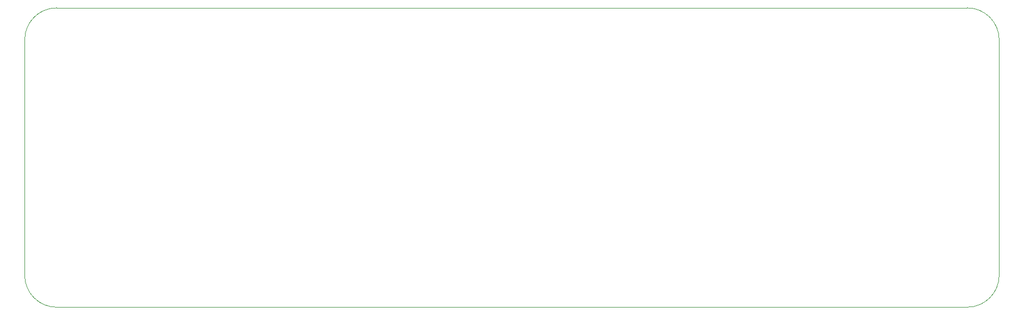
<source format=gbr>
%TF.GenerationSoftware,KiCad,Pcbnew,7.0.8*%
%TF.CreationDate,2024-02-04T20:23:02+01:00*%
%TF.ProjectId,schneidbrett,7363686e-6569-4646-9272-6574742e6b69,rev?*%
%TF.SameCoordinates,Original*%
%TF.FileFunction,Profile,NP*%
%FSLAX46Y46*%
G04 Gerber Fmt 4.6, Leading zero omitted, Abs format (unit mm)*
G04 Created by KiCad (PCBNEW 7.0.8) date 2024-02-04 20:23:02*
%MOMM*%
%LPD*%
G01*
G04 APERTURE LIST*
%TA.AperFunction,Profile*%
%ADD10C,0.100000*%
%TD*%
G04 APERTURE END LIST*
D10*
X76200000Y-75100000D02*
X76200000Y-112565000D01*
X81280000Y-117645000D02*
X226060000Y-117645000D01*
X226060000Y-117645000D02*
G75*
G03*
X231140000Y-112565000I0J5080000D01*
G01*
X226060000Y-70020000D02*
X81280000Y-70020000D01*
X81280000Y-70020000D02*
G75*
G03*
X76200000Y-75100000I0J-5080000D01*
G01*
X231140000Y-112565000D02*
X231140000Y-75100000D01*
X76200000Y-112565000D02*
G75*
G03*
X81280000Y-117645000I5080000J0D01*
G01*
X231140000Y-75100000D02*
G75*
G03*
X226060000Y-70020000I-5080000J0D01*
G01*
M02*

</source>
